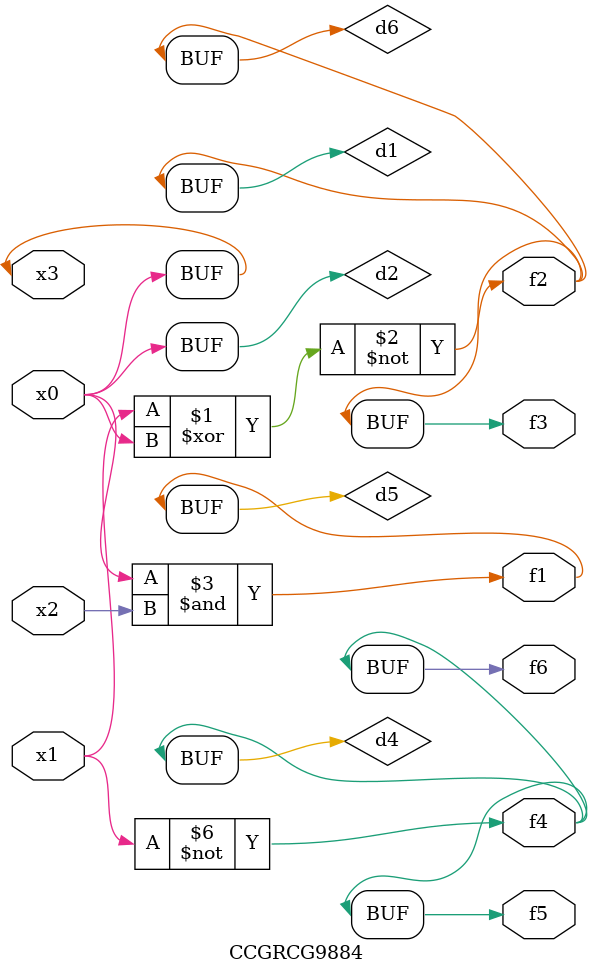
<source format=v>
module CCGRCG9884(
	input x0, x1, x2, x3,
	output f1, f2, f3, f4, f5, f6
);

	wire d1, d2, d3, d4, d5, d6;

	xnor (d1, x1, x3);
	buf (d2, x0, x3);
	nand (d3, x0, x2);
	not (d4, x1);
	nand (d5, d3);
	or (d6, d1);
	assign f1 = d5;
	assign f2 = d6;
	assign f3 = d6;
	assign f4 = d4;
	assign f5 = d4;
	assign f6 = d4;
endmodule

</source>
